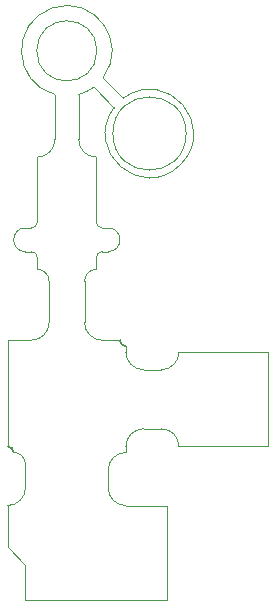
<source format=gbr>
G04 #@! TF.GenerationSoftware,KiCad,Pcbnew,(5.1.5)-3*
G04 #@! TF.CreationDate,2020-06-16T11:55:27-07:00*
G04 #@! TF.ProjectId,Miniscope-v4-Rigid-Flex,4d696e69-7363-46f7-9065-2d76342d5269,rev?*
G04 #@! TF.SameCoordinates,Original*
G04 #@! TF.FileFunction,Profile,NP*
%FSLAX46Y46*%
G04 Gerber Fmt 4.6, Leading zero omitted, Abs format (unit mm)*
G04 Created by KiCad (PCBNEW (5.1.5)-3) date 2020-06-16 11:55:27*
%MOMM*%
%LPD*%
G04 APERTURE LIST*
%ADD10C,0.050000*%
%ADD11C,0.203200*%
G04 APERTURE END LIST*
D10*
X100750000Y-101000000D02*
X100250000Y-101000000D01*
X100250000Y-99000000D02*
X100750000Y-99000000D01*
X106750000Y-101000000D02*
X107250000Y-101000000D01*
X107250000Y-99000000D02*
X106750000Y-99000000D01*
X102750000Y-91500000D02*
G75*
G02X101250000Y-93000000I-1500000J0D01*
G01*
X106250000Y-93000000D02*
G75*
G02X104750000Y-91500000I0J1500000D01*
G01*
X113851612Y-91000000D02*
G75*
G03X113851612Y-91000000I-3101612J0D01*
G01*
X107749706Y-88800402D02*
G75*
G03X108550001Y-88000001I3000294J-2199598D01*
G01*
X104750000Y-91500000D02*
X104750000Y-87700000D01*
X106036471Y-87076043D02*
X107750001Y-88800001D01*
X106830029Y-86281098D02*
G75*
G03X102750001Y-87699999I-3080029J2281098D01*
G01*
X102750000Y-91500000D02*
X102750000Y-87700000D01*
X106036471Y-87076043D02*
G75*
G02X104749999Y-87699999I-2286471J3076043D01*
G01*
X106828076Y-86283734D02*
X108550000Y-88000000D01*
X106297600Y-84000000D02*
G75*
G03X106297600Y-84000000I-2547600J0D01*
G01*
X101250000Y-101500000D02*
X101250000Y-102500000D01*
X101250000Y-98500000D02*
G75*
G02X100750000Y-99000000I-500000J0D01*
G01*
X100750000Y-101000000D02*
G75*
G02X101250000Y-101500000I0J-500000D01*
G01*
X100250000Y-101000000D02*
G75*
G02X100250000Y-99000000I0J1000000D01*
G01*
X106250000Y-101500000D02*
X106250000Y-102500000D01*
X106250000Y-101500000D02*
G75*
G02X106750000Y-101000000I500000J0D01*
G01*
X106750000Y-99000000D02*
G75*
G02X106250000Y-98500000I0J500000D01*
G01*
X107250000Y-99000000D02*
G75*
G02X107250000Y-101000000I0J-1000000D01*
G01*
D11*
X98750000Y-117500000D02*
G75*
G02X99250000Y-118000000I0J-500000D01*
G01*
D10*
X99250000Y-118000000D02*
G75*
G02X100250000Y-119000000I0J-1000000D01*
G01*
D11*
X108750000Y-109000000D02*
G75*
G02X108250000Y-108500000I0J500000D01*
G01*
D10*
X105250000Y-103500000D02*
X105250000Y-107000000D01*
X120750000Y-109500000D02*
X113250000Y-109500000D01*
X120750000Y-117500000D02*
X120750000Y-109500000D01*
X113250000Y-109500000D02*
G75*
G02X111750000Y-111000000I-1500000J0D01*
G01*
X102250000Y-103500000D02*
X102250000Y-107000000D01*
X111750000Y-116000000D02*
G75*
G02X113250000Y-117500000I0J-1500000D01*
G01*
X98750000Y-122500000D02*
X98750000Y-126000000D01*
X98750000Y-126000000D02*
X100250000Y-127500000D01*
X108750000Y-122500000D02*
X112250000Y-122500000D01*
X100250000Y-121000000D02*
X100250000Y-119000000D01*
X108750000Y-122500000D02*
G75*
G02X107250000Y-121000000I0J1500000D01*
G01*
X107250000Y-119500000D02*
X107250000Y-121000000D01*
X112250000Y-122500000D02*
X112250000Y-130500000D01*
X100250000Y-130500000D02*
X100250000Y-127500000D01*
X110250000Y-111000000D02*
X111750000Y-111000000D01*
X100250000Y-121000000D02*
G75*
G02X98750000Y-122500000I-1500000J0D01*
G01*
X113250000Y-117500000D02*
X120750000Y-117500000D01*
X110250000Y-116000000D02*
X111750000Y-116000000D01*
X112250000Y-130500000D02*
X100250000Y-130500000D01*
X107250000Y-119500000D02*
G75*
G02X108750000Y-118000000I1500000J0D01*
G01*
X108250000Y-108500000D02*
X106750000Y-108500000D01*
X108750000Y-117500000D02*
X108750000Y-118000000D01*
X102250000Y-107000000D02*
G75*
G02X100750000Y-108500000I-1500000J0D01*
G01*
X106750000Y-108500000D02*
G75*
G02X105250000Y-107000000I0J1500000D01*
G01*
X98750000Y-117500000D02*
X98750000Y-108500000D01*
X108750000Y-117500000D02*
G75*
G02X110250000Y-116000000I1500000J0D01*
G01*
X108750000Y-109000000D02*
X108750000Y-109500000D01*
X100750000Y-108500000D02*
X98750000Y-108500000D01*
X110250000Y-111000000D02*
G75*
G02X108750000Y-109500000I0J1500000D01*
G01*
X101250000Y-102500000D02*
G75*
G02X102250000Y-103500000I0J-1000000D01*
G01*
X105250000Y-103500000D02*
G75*
G02X106250000Y-102500000I1000000J0D01*
G01*
X101250000Y-98500000D02*
X101250000Y-93000000D01*
X106250000Y-93000000D02*
X106250000Y-98500000D01*
M02*

</source>
